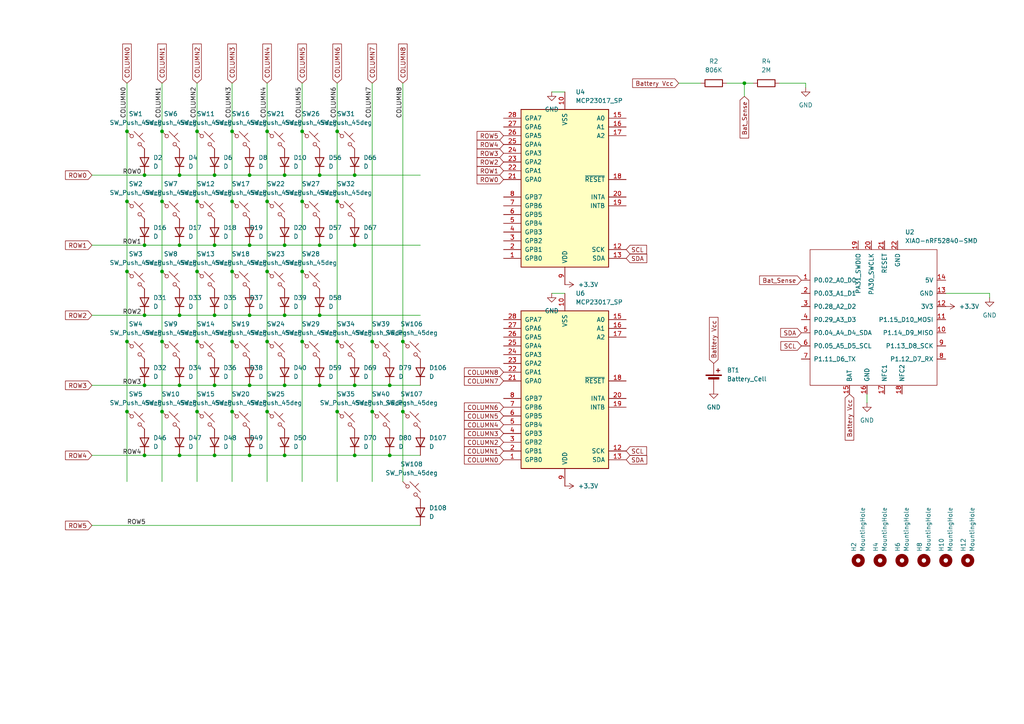
<source format=kicad_sch>
(kicad_sch (version 20250114) (generator "eeschema") (generator_version "9.0")
  (paper "A4")
  (lib_symbols
    (symbol "Device:Battery_Cell" (pin_numbers (hide yes)) (pin_names (offset 0) (hide yes))
      (property "Reference" "BT" (at 2.54 2.54 0))
      (property "Value" "Battery_Cell" (at 2.54 0 0))
      (symbol "Battery_Cell_1_1"
        (pin passive line (at 0 5.08 270) (length 2.54) (name "+") (number "1"))
        (pin passive line (at 0 -2.54 90) (length 2.54) (name "-") (number "2"))
      )
    )
    (symbol "Device:D" (pin_numbers (hide yes)) (pin_names (offset 1.016) (hide yes))
      (property "Reference" "D" (at 0 2.54 0))
      (property "Value" "D" (at 0 -2.54 0))
      (symbol "D_1_1"
        (pin passive line (at -3.81 0 0) (length 2.54) (name "K") (number "1"))
        (pin passive line (at 3.81 0 180) (length 2.54) (name "A") (number "2"))
      )
    )
    (symbol "Device:R" (pin_numbers (hide yes)) (pin_names (offset 0))
      (property "Reference" "R" (at 2.032 0 90))
      (property "Value" "R" (at 0 0 90))
      (symbol "R_1_1"
        (pin passive line (at 0 3.81 270) (length 1.27) (name "~") (number "1"))
        (pin passive line (at 0 -3.81 90) (length 1.27) (name "~") (number "2"))
      )
    )
    (symbol "Interface_Expansion:MCP23017_SP" (pin_names (offset 1.016))
      (property "Reference" "U" (at -11.43 24.13 0))
      (property "Value" "MCP23017_SP" (at 0 0 0))
      (symbol "MCP23017_SP_1_1"
        (pin bidirectional line (at -17.78 20.32 0) (length 5.08) (name "SDA") (number "13"))
        (pin input line (at -17.78 17.78 0) (length 5.08) (name "SCK") (number "12"))
        (pin tri_state line (at -17.78 5.08 0) (length 5.08) (name "INTB") (number "19"))
        (pin tri_state line (at -17.78 2.54 0) (length 5.08) (name "INTA") (number "20"))
        (pin input line (at -17.78 -2.54 0) (length 5.08) (name "~{RESET}") (number "18"))
        (pin input line (at -17.78 -15.24 0) (length 5.08) (name "A2") (number "17"))
        (pin input line (at -17.78 -17.78 0) (length 5.08) (name "A1") (number "16"))
        (pin input line (at -17.78 -20.32 0) (length 5.08) (name "A0") (number "15"))
        (pin no_connect line (at -12.7 15.24 0) (length 5.08) (hide yes) (name "NC") (number "11"))
        (pin no_connect line (at -12.7 12.7 0) (length 5.08) (hide yes) (name "NC") (number "14"))
        (pin power_in line (at 0 27.94 270) (length 5.08) (name "VDD") (number "9"))
        (pin power_in line (at 0 -27.94 90) (length 5.08) (name "VSS") (number "10"))
        (pin bidirectional line (at 17.78 20.32 180) (length 5.08) (name "GPB0") (number "1"))
        (pin bidirectional line (at 17.78 17.78 180) (length 5.08) (name "GPB1") (number "2"))
        (pin bidirectional line (at 17.78 15.24 180) (length 5.08) (name "GPB2") (number "3"))
        (pin bidirectional line (at 17.78 12.7 180) (length 5.08) (name "GPB3") (number "4"))
        (pin bidirectional line (at 17.78 10.16 180) (length 5.08) (name "GPB4") (number "5"))
        (pin bidirectional line (at 17.78 7.62 180) (length 5.08) (name "GPB5") (number "6"))
        (pin bidirectional line (at 17.78 5.08 180) (length 5.08) (name "GPB6") (number "7"))
        (pin output line (at 17.78 2.54 180) (length 5.08) (name "GPB7") (number "8"))
        (pin bidirectional line (at 17.78 -2.54 180) (length 5.08) (name "GPA0") (number "21"))
        (pin bidirectional line (at 17.78 -5.08 180) (length 5.08) (name "GPA1") (number "22"))
        (pin bidirectional line (at 17.78 -7.62 180) (length 5.08) (name "GPA2") (number "23"))
        (pin bidirectional line (at 17.78 -10.16 180) (length 5.08) (name "GPA3") (number "24"))
        (pin bidirectional line (at 17.78 -12.7 180) (length 5.08) (name "GPA4") (number "25"))
        (pin bidirectional line (at 17.78 -15.24 180) (length 5.08) (name "GPA5") (number "26"))
        (pin bidirectional line (at 17.78 -17.78 180) (length 5.08) (name "GPA6") (number "27"))
        (pin output line (at 17.78 -20.32 180) (length 5.08) (name "GPA7") (number "28"))
      )
    )
    (symbol "Mechanical:MountingHole" (pin_names (offset 1.016)) (in_bom no)
      (property "Reference" "H" (at 0 5.08 0))
      (property "Value" "MountingHole" (at 0 3.175 0))
    )
    (symbol "Seeed_Studio_XIAO_Series:XIAO-nRF52840-SMD" (pin_names (offset 1.016))
      (property "Reference" "U" (at -18.542 23.114 0))
      (property "Value" "XIAO-nRF52840-SMD" (at -8.636 21.336 0))
      (symbol "XIAO-nRF52840-SMD_1_1"
        (pin passive line (at -21.59 11.43 0) (length 2.54) (name "P0.02_A0_D0") (number "1"))
        (pin passive line (at -21.59 7.62 0) (length 2.54) (name "P0.03_A1_D1") (number "2"))
        (pin passive line (at -21.59 3.81 0) (length 2.54) (name "P0.28_A2_D2") (number "3"))
        (pin passive line (at -21.59 0 0) (length 2.54) (name "P0.29_A3_D3") (number "4"))
        (pin passive line (at -21.59 -3.81 0) (length 2.54) (name "P0.04_A4_D4_SDA") (number "5"))
        (pin passive line (at -21.59 -7.62 0) (length 2.54) (name "P0.05_A5_D5_SCL") (number "6"))
        (pin passive line (at -21.59 -11.43 0) (length 2.54) (name "P1.11_D6_TX") (number "7"))
        (pin passive line (at -7.62 -21.59 90) (length 2.54) (name "BAT") (number "15"))
        (pin passive line (at -5.08 22.86 270) (length 2.54) (name "PA31_SWDIO") (number "19"))
        (pin passive line (at -2.54 -21.59 90) (length 2.54) (name "GND") (number "16"))
        (pin passive line (at -1.27 22.86 270) (length 2.54) (name "PA30_SWCLK") (number "20"))
        (pin passive line (at 2.54 22.86 270) (length 2.54) (name "RESET") (number "21"))
        (pin passive line (at 2.54 -21.59 90) (length 2.54) (name "NFC1") (number "17"))
        (pin passive line (at 6.35 22.86 270) (length 2.54) (name "GND") (number "22"))
        (pin passive line (at 7.62 -21.59 90) (length 2.54) (name "NFC2") (number "18"))
        (pin passive line (at 20.32 11.43 180) (length 2.54) (name "5V") (number "14"))
        (pin passive line (at 20.32 7.62 180) (length 2.54) (name "GND") (number "13"))
        (pin passive line (at 20.32 3.81 180) (length 2.54) (name "3V3") (number "12"))
        (pin passive line (at 20.32 0 180) (length 2.54) (name "P1.15_D10_MOSI") (number "11"))
        (pin passive line (at 20.32 -3.81 180) (length 2.54) (name "P1.14_D9_MISO") (number "10"))
        (pin passive line (at 20.32 -7.62 180) (length 2.54) (name "P1.13_D8_SCK") (number "9"))
        (pin passive line (at 20.32 -11.43 180) (length 2.54) (name "P1.12_D7_RX") (number "8"))
      )
    )
    (symbol "Switch:SW_Push_45deg" (pin_numbers (hide yes)) (pin_names (offset 1.016) (hide yes))
      (property "Reference" "SW" (at 3.048 1.016 0))
      (property "Value" "SW_Push_45deg" (at 0 -3.81 0))
      (symbol "SW_Push_45deg_0_1"
        (pin passive line (at -2.54 2.54 0) (length 0) (name "1") (number "1"))
        (pin passive line (at 2.54 -2.54 180) (length 0) (name "2") (number "2"))
      )
    )
    (symbol "power:+3.3V" (power) (pin_numbers (hide yes)) (pin_names (offset 0) (hide yes))
      (property "Value" "+3.3V" (at 0 3.556 0))
      (symbol "+3.3V_1_1"
        (pin power_in line (at 0 0 90) (length 0) (name "~") (number "1"))
      )
    )
    (symbol "power:GND" (power) (pin_numbers (hide yes)) (pin_names (offset 0) (hide yes))
      (property "Value" "GND" (at 0 -3.81 0))
      (symbol "GND_1_1"
        (pin power_in line (at 0 0 270) (length 0) (name "~") (number "1"))
      )
    )
  )
  (junction (at 116.84 119.38))
  (junction (at 41.91 50.8))
  (junction (at 82.55 91.44))
  (junction (at 77.47 58.42))
  (junction (at 87.63 99.06))
  (junction (at 92.71 50.8))
  (junction (at 57.15 38.1))
  (junction (at 102.87 71.12))
  (junction (at 46.99 38.1))
  (junction (at 77.47 119.38))
  (junction (at 72.39 91.44))
  (junction (at 52.07 71.12))
  (junction (at 87.63 58.42))
  (junction (at 52.07 91.44))
  (junction (at 62.23 91.44))
  (junction (at 102.87 132.08))
  (junction (at 67.31 119.38))
  (junction (at 87.63 78.74))
  (junction (at 72.39 50.8))
  (junction (at 82.55 50.8))
  (junction (at 57.15 119.38))
  (junction (at 116.84 99.06))
  (junction (at 72.39 132.08))
  (junction (at 46.99 78.74))
  (junction (at 82.55 111.76))
  (junction (at 57.15 58.42))
  (junction (at 41.91 71.12))
  (junction (at 67.31 78.74))
  (junction (at 97.79 99.06))
  (junction (at 41.91 111.76))
  (junction (at 46.99 99.06))
  (junction (at 36.83 58.42))
  (junction (at 102.87 50.8))
  (junction (at 77.47 99.06))
  (junction (at 62.23 71.12))
  (junction (at 107.95 99.06))
  (junction (at 67.31 38.1))
  (junction (at 87.63 38.1))
  (junction (at 41.91 91.44))
  (junction (at 77.47 78.74))
  (junction (at 36.83 38.1))
  (junction (at 52.07 111.76))
  (junction (at 52.07 50.8))
  (junction (at 97.79 38.1))
  (junction (at 36.83 78.74))
  (junction (at 113.03 111.76))
  (junction (at 82.55 71.12))
  (junction (at 215.9 24.13))
  (junction (at 62.23 132.08))
  (junction (at 92.71 111.76))
  (junction (at 113.03 132.08))
  (junction (at 67.31 58.42))
  (junction (at 72.39 71.12))
  (junction (at 102.87 111.76))
  (junction (at 92.71 91.44))
  (junction (at 82.55 132.08))
  (junction (at 92.71 71.12))
  (junction (at 36.83 119.38))
  (junction (at 62.23 111.76))
  (junction (at 57.15 99.06))
  (junction (at 52.07 132.08))
  (junction (at 62.23 50.8))
  (junction (at 107.95 119.38))
  (junction (at 97.79 58.42))
  (junction (at 67.31 99.06))
  (junction (at 72.39 111.76))
  (junction (at 36.83 99.06))
  (junction (at 97.79 119.38))
  (junction (at 77.47 38.1))
  (junction (at 46.99 58.42))
  (junction (at 41.91 132.08))
  (junction (at 46.99 119.38))
  (junction (at 57.15 78.74))
  (wire (pts (xy 62.23 50.8) (xy 72.39 50.8)))
  (wire (pts (xy 196.85 24.13) (xy 203.2 24.13)))
  (wire (pts (xy 67.31 38.1) (xy 67.31 58.42)))
  (wire (pts (xy 97.79 99.06) (xy 97.79 119.38)))
  (wire (pts (xy 160.02 85.09) (xy 163.83 85.09)))
  (wire (pts (xy 36.83 24.13) (xy 36.83 38.1)))
  (wire (pts (xy 97.79 24.13) (xy 97.79 38.1)))
  (wire (pts (xy 77.47 99.06) (xy 77.47 119.38)))
  (wire (pts (xy 82.55 71.12) (xy 92.71 71.12)))
  (wire (pts (xy 102.87 111.76) (xy 113.03 111.76)))
  (wire (pts (xy 41.91 71.12) (xy 52.07 71.12)))
  (wire (pts (xy 102.87 132.08) (xy 113.03 132.08)))
  (wire (pts (xy 107.95 119.38) (xy 107.95 139.7)))
  (wire (pts (xy 62.23 132.08) (xy 72.39 132.08)))
  (wire (pts (xy 52.07 91.44) (xy 62.23 91.44)))
  (wire (pts (xy 67.31 24.13) (xy 67.31 38.1)))
  (wire (pts (xy 226.06 24.13) (xy 233.68 24.13)))
  (wire (pts (xy 274.32 85.09) (xy 287.02 85.09)))
  (wire (pts (xy 116.84 119.38) (xy 116.84 139.7)))
  (wire (pts (xy 36.83 38.1) (xy 36.83 58.42)))
  (wire (pts (xy 210.82 24.13) (xy 215.9 24.13)))
  (wire (pts (xy 116.84 24.13) (xy 116.84 99.06)))
  (wire (pts (xy 26.67 132.08) (xy 41.91 132.08)))
  (wire (pts (xy 77.47 119.38) (xy 77.47 139.7)))
  (wire (pts (xy 62.23 91.44) (xy 72.39 91.44)))
  (wire (pts (xy 52.07 71.12) (xy 62.23 71.12)))
  (wire (pts (xy 113.03 111.76) (xy 121.92 111.76)))
  (wire (pts (xy 36.83 119.38) (xy 36.83 139.7)))
  (wire (pts (xy 107.95 24.13) (xy 107.95 99.06)))
  (wire (pts (xy 62.23 71.12) (xy 72.39 71.12)))
  (wire (pts (xy 72.39 111.76) (xy 82.55 111.76)))
  (wire (pts (xy 41.91 111.76) (xy 52.07 111.76)))
  (wire (pts (xy 87.63 99.06) (xy 87.63 139.7)))
  (wire (pts (xy 77.47 24.13) (xy 77.47 38.1)))
  (wire (pts (xy 287.02 85.09) (xy 287.02 86.36)))
  (wire (pts (xy 41.91 91.44) (xy 52.07 91.44)))
  (wire (pts (xy 41.91 132.08) (xy 52.07 132.08)))
  (wire (pts (xy 102.87 50.8) (xy 121.92 50.8)))
  (wire (pts (xy 26.67 50.8) (xy 41.91 50.8)))
  (wire (pts (xy 46.99 78.74) (xy 46.99 99.06)))
  (wire (pts (xy 97.79 58.42) (xy 97.79 99.06)))
  (wire (pts (xy 72.39 71.12) (xy 82.55 71.12)))
  (wire (pts (xy 52.07 132.08) (xy 62.23 132.08)))
  (wire (pts (xy 160.02 26.67) (xy 163.83 26.67)))
  (wire (pts (xy 36.83 78.74) (xy 36.83 99.06)))
  (wire (pts (xy 233.68 24.13) (xy 233.68 25.4)))
  (wire (pts (xy 215.9 24.13) (xy 215.9 27.94)))
  (wire (pts (xy 57.15 38.1) (xy 57.15 58.42)))
  (wire (pts (xy 67.31 58.42) (xy 67.31 78.74)))
  (wire (pts (xy 46.99 58.42) (xy 46.99 78.74)))
  (wire (pts (xy 97.79 38.1) (xy 97.79 58.42)))
  (wire (pts (xy 92.71 71.12) (xy 102.87 71.12)))
  (wire (pts (xy 87.63 38.1) (xy 87.63 58.42)))
  (wire (pts (xy 57.15 24.13) (xy 57.15 38.1)))
  (wire (pts (xy 26.67 111.76) (xy 41.91 111.76)))
  (wire (pts (xy 107.95 99.06) (xy 107.95 119.38)))
  (wire (pts (xy 87.63 24.13) (xy 87.63 38.1)))
  (wire (pts (xy 72.39 91.44) (xy 82.55 91.44)))
  (wire (pts (xy 82.55 91.44) (xy 92.71 91.44)))
  (wire (pts (xy 97.79 119.38) (xy 97.79 139.7)))
  (wire (pts (xy 46.99 38.1) (xy 46.99 58.42)))
  (wire (pts (xy 72.39 132.08) (xy 82.55 132.08)))
  (wire (pts (xy 36.83 58.42) (xy 36.83 78.74)))
  (wire (pts (xy 72.39 50.8) (xy 82.55 50.8)))
  (wire (pts (xy 57.15 119.38) (xy 57.15 139.7)))
  (wire (pts (xy 67.31 119.38) (xy 67.31 139.7)))
  (wire (pts (xy 67.31 78.74) (xy 67.31 99.06)))
  (wire (pts (xy 77.47 78.74) (xy 77.47 99.06)))
  (wire (pts (xy 92.71 111.76) (xy 102.87 111.76)))
  (wire (pts (xy 82.55 111.76) (xy 92.71 111.76)))
  (wire (pts (xy 26.67 91.44) (xy 41.91 91.44)))
  (wire (pts (xy 113.03 132.08) (xy 121.92 132.08)))
  (wire (pts (xy 57.15 99.06) (xy 57.15 119.38)))
  (wire (pts (xy 116.84 99.06) (xy 116.84 119.38)))
  (wire (pts (xy 87.63 58.42) (xy 87.63 78.74)))
  (wire (pts (xy 52.07 50.8) (xy 62.23 50.8)))
  (wire (pts (xy 77.47 58.42) (xy 77.47 78.74)))
  (wire (pts (xy 92.71 91.44) (xy 121.92 91.44)))
  (wire (pts (xy 26.67 152.4) (xy 121.92 152.4)))
  (wire (pts (xy 82.55 132.08) (xy 102.87 132.08)))
  (wire (pts (xy 46.99 119.38) (xy 46.99 139.7)))
  (wire (pts (xy 41.91 50.8) (xy 52.07 50.8)))
  (wire (pts (xy 57.15 58.42) (xy 57.15 78.74)))
  (wire (pts (xy 62.23 111.76) (xy 72.39 111.76)))
  (wire (pts (xy 57.15 78.74) (xy 57.15 99.06)))
  (wire (pts (xy 92.71 50.8) (xy 102.87 50.8)))
  (wire (pts (xy 82.55 50.8) (xy 92.71 50.8)))
  (wire (pts (xy 46.99 99.06) (xy 46.99 119.38)))
  (wire (pts (xy 77.47 38.1) (xy 77.47 58.42)))
  (wire (pts (xy 251.46 114.3) (xy 251.46 116.84)))
  (wire (pts (xy 26.67 71.12) (xy 41.91 71.12)))
  (wire (pts (xy 36.83 99.06) (xy 36.83 119.38)))
  (wire (pts (xy 46.99 24.13) (xy 46.99 38.1)))
  (wire (pts (xy 52.07 111.76) (xy 62.23 111.76)))
  (wire (pts (xy 87.63 78.74) (xy 87.63 99.06)))
  (wire (pts (xy 215.9 24.13) (xy 218.44 24.13)))
  (wire (pts (xy 102.87 71.12) (xy 121.92 71.12)))
  (wire (pts (xy 67.31 99.06) (xy 67.31 119.38)))
  (label "COLUMN1" (at 46.99 34.29 90))
  (label "COLUMN4" (at 77.47 34.29 90))
  (label "ROW0" (at 35.56 50.8 0))
  (label "ROW1" (at 35.56 71.12 0))
  (label "COLUMN3" (at 67.31 34.29 90))
  (label "ROW2" (at 35.56 91.44 0))
  (label "ROW3" (at 35.56 111.76 0))
  (label "COLUMN7" (at 107.95 34.29 90))
  (label "COLUMN6" (at 97.79 34.29 90))
  (label "COLUMN8" (at 116.84 34.29 90))
  (label "ROW4" (at 35.56 132.08 0))
  (label "COLUMN2" (at 57.15 34.29 90))
  (label "COLUMN5" (at 87.63 34.29 90))
  (label "ROW5" (at 36.83 152.4 0))
  (label "COLUMN0" (at 36.83 34.29 90))
  (global_label "Bat_Sense" (shape input) (at 215.9 27.94 270) (property "Intersheetrefs" "${INTERSHEET_REFS}" (effects (hide yes))))
  (global_label "COLUMN4" (shape input) (at 146.05 123.19 180) (property "Intersheetrefs" "${INTERSHEET_REFS}" (effects (hide yes))))
  (global_label "COLUMN5" (shape input) (at 87.63 24.13 90) (property "Intersheetrefs" "${INTERSHEET_REFS}" (effects (hide yes))))
  (global_label "ROW5" (shape input) (at 146.05 39.37 180) (property "Intersheetrefs" "${INTERSHEET_REFS}" (effects (hide yes))))
  (global_label "ROW0" (shape input) (at 146.05 52.07 180) (property "Intersheetrefs" "${INTERSHEET_REFS}" (effects (hide yes))))
  (global_label "COLUMN6" (shape input) (at 97.79 24.13 90) (property "Intersheetrefs" "${INTERSHEET_REFS}" (effects (hide yes))))
  (global_label "ROW4" (shape input) (at 146.05 41.91 180) (property "Intersheetrefs" "${INTERSHEET_REFS}" (effects (hide yes))))
  (global_label "ROW0" (shape input) (at 26.67 50.8 180) (property "Intersheetrefs" "${INTERSHEET_REFS}" (effects (hide yes))))
  (global_label "COLUMN7" (shape input) (at 107.95 24.13 90) (property "Intersheetrefs" "${INTERSHEET_REFS}" (effects (hide yes))))
  (global_label "SDA" (shape input) (at 232.41 96.52 180) (property "Intersheetrefs" "${INTERSHEET_REFS}" (effects (hide yes))))
  (global_label "COLUMN1" (shape input) (at 146.05 130.81 180) (property "Intersheetrefs" "${INTERSHEET_REFS}" (effects (hide yes))))
  (global_label "COLUMN3" (shape input) (at 67.31 24.13 90) (property "Intersheetrefs" "${INTERSHEET_REFS}" (effects (hide yes))))
  (global_label "COLUMN4" (shape input) (at 77.47 24.13 90) (property "Intersheetrefs" "${INTERSHEET_REFS}" (effects (hide yes))))
  (global_label "COLUMN3" (shape input) (at 146.05 125.73 180) (property "Intersheetrefs" "${INTERSHEET_REFS}" (effects (hide yes))))
  (global_label "COLUMN8" (shape input) (at 146.05 107.95 180) (property "Intersheetrefs" "${INTERSHEET_REFS}" (effects (hide yes))))
  (global_label "SCL" (shape input) (at 181.61 72.39 0) (property "Intersheetrefs" "${INTERSHEET_REFS}" (effects (hide yes))))
  (global_label "ROW3" (shape input) (at 26.67 111.76 180) (property "Intersheetrefs" "${INTERSHEET_REFS}" (effects (hide yes))))
  (global_label "ROW1" (shape input) (at 26.67 71.12 180) (property "Intersheetrefs" "${INTERSHEET_REFS}" (effects (hide yes))))
  (global_label "Bat_Sense" (shape input) (at 232.41 81.28 180) (property "Intersheetrefs" "${INTERSHEET_REFS}" (effects (hide yes))))
  (global_label "COLUMN1" (shape input) (at 46.99 24.13 90) (property "Intersheetrefs" "${INTERSHEET_REFS}" (effects (hide yes))))
  (global_label "SDA" (shape input) (at 181.61 133.35 0) (property "Intersheetrefs" "${INTERSHEET_REFS}" (effects (hide yes))))
  (global_label "ROW2" (shape input) (at 146.05 46.99 180) (property "Intersheetrefs" "${INTERSHEET_REFS}" (effects (hide yes))))
  (global_label "SCL" (shape input) (at 181.61 130.81 0) (property "Intersheetrefs" "${INTERSHEET_REFS}" (effects (hide yes))))
  (global_label "ROW2" (shape input) (at 26.67 91.44 180) (property "Intersheetrefs" "${INTERSHEET_REFS}" (effects (hide yes))))
  (global_label "COLUMN0" (shape input) (at 36.83 24.13 90) (property "Intersheetrefs" "${INTERSHEET_REFS}" (effects (hide yes))))
  (global_label "COLUMN7" (shape input) (at 146.05 110.49 180) (property "Intersheetrefs" "${INTERSHEET_REFS}" (effects (hide yes))))
  (global_label "Battery Vcc" (shape input) (at 246.38 114.3 270) (property "Intersheetrefs" "${INTERSHEET_REFS}" (effects (hide yes))))
  (global_label "COLUMN6" (shape input) (at 146.05 118.11 180) (property "Intersheetrefs" "${INTERSHEET_REFS}" (effects (hide yes))))
  (global_label "ROW1" (shape input) (at 146.05 49.53 180) (property "Intersheetrefs" "${INTERSHEET_REFS}" (effects (hide yes))))
  (global_label "ROW5" (shape input) (at 26.67 152.4 180) (property "Intersheetrefs" "${INTERSHEET_REFS}" (effects (hide yes))))
  (global_label "COLUMN2" (shape input) (at 146.05 128.27 180) (property "Intersheetrefs" "${INTERSHEET_REFS}" (effects (hide yes))))
  (global_label "COLUMN8" (shape input) (at 116.84 24.13 90) (property "Intersheetrefs" "${INTERSHEET_REFS}" (effects (hide yes))))
  (global_label "Battery Vcc" (shape input) (at 207.01 105.41 90) (property "Intersheetrefs" "${INTERSHEET_REFS}" (effects (hide yes))))
  (global_label "SDA" (shape input) (at 181.61 74.93 0) (property "Intersheetrefs" "${INTERSHEET_REFS}" (effects (hide yes))))
  (global_label "COLUMN5" (shape input) (at 146.05 120.65 180) (property "Intersheetrefs" "${INTERSHEET_REFS}" (effects (hide yes))))
  (global_label "COLUMN0" (shape input) (at 146.05 133.35 180) (property "Intersheetrefs" "${INTERSHEET_REFS}" (effects (hide yes))))
  (global_label "ROW4" (shape input) (at 26.67 132.08 180) (property "Intersheetrefs" "${INTERSHEET_REFS}" (effects (hide yes))))
  (global_label "COLUMN2" (shape input) (at 57.15 24.13 90) (property "Intersheetrefs" "${INTERSHEET_REFS}" (effects (hide yes))))
  (global_label "ROW3" (shape input) (at 146.05 44.45 180) (property "Intersheetrefs" "${INTERSHEET_REFS}" (effects (hide yes))))
  (global_label "Battery Vcc" (shape input) (at 196.85 24.13 180) (property "Intersheetrefs" "${INTERSHEET_REFS}" (effects (hide yes))))
  (global_label "SCL" (shape input) (at 232.41 100.33 180) (property "Intersheetrefs" "${INTERSHEET_REFS}" (effects (hide yes))))
  (symbol (lib_id "Device:D") (at 52.07 107.95 90) (unit 1)
    (property "Reference" "D34" (at 54.61 106.6799 90) (effects (justify right)))
    (property "Value" "D" (at 54.61 109.2199 90) (effects (justify right)))
    (property "Footprint" "Diode_SMD:D_SOD-123" (effects (hide yes)))
    (property "Description" "Diode" (effects (hide yes)))
    (property "Sim.Device" "D" (effects (hide yes)))
    (property "Sim.Pins" "1=K 2=A" (effects (hide yes)))
  )
  (symbol (lib_id "Mechanical:MountingHole") (at 267.97 162.56 90) (unit 1) (in_bom no)
    (property "Reference" "H8" (at 266.6999 160.02 0) (effects (justify left)))
    (property "Value" "MountingHole" (at 269.2399 160.02 0) (effects (justify left)))
    (property "Footprint" "MountingHole:MountingHole_3.2mm_M3" (effects (hide yes)))
    (property "Description" "Mounting Hole without connection" (effects (hide yes)))
  )
  (symbol (lib_id "Switch:SW_Push_45deg") (at 49.53 121.92 0) (unit 1)
    (property "Reference" "SW10" (at 49.53 114.3 0))
    (property "Value" "SW_Push_45deg" (at 49.53 116.84 0))
    (property "Footprint" "Button_Switch_Keyboard:SW_Cherry_MX_1.00u_PCB" (effects (hide yes)))
    (property "Description" "Push button switch, normally open, two pins, 45° tilted" (effects (hide yes)))
  )
  (symbol (lib_id "Mechanical:MountingHole") (at 248.92 162.56 90) (unit 1) (in_bom no)
    (property "Reference" "H2" (at 247.6499 160.02 0) (effects (justify left)))
    (property "Value" "MountingHole" (at 250.1899 160.02 0) (effects (justify left)))
    (property "Footprint" "MountingHole:MountingHole_3.2mm_M3" (effects (hide yes)))
    (property "Description" "Mounting Hole without connection" (effects (hide yes)))
  )
  (symbol (lib_id "Device:D") (at 92.71 87.63 90) (unit 1)
    (property "Reference" "D58" (at 95.25 86.3599 90) (effects (justify right)))
    (property "Value" "D" (at 95.25 88.8999 90) (effects (justify right)))
    (property "Footprint" "Diode_SMD:D_SOD-123" (effects (hide yes)))
    (property "Description" "Diode" (effects (hide yes)))
    (property "Sim.Device" "D" (effects (hide yes)))
    (property "Sim.Pins" "1=K 2=A" (effects (hide yes)))
  )
  (symbol (lib_id "Switch:SW_Push_45deg") (at 80.01 60.96 0) (unit 1)
    (property "Reference" "SW22" (at 80.01 53.34 0))
    (property "Value" "SW_Push_45deg" (at 80.01 55.88 0))
    (property "Footprint" "Button_Switch_Keyboard:SW_Cherry_MX_1.00u_PCB" (effects (hide yes)))
    (property "Description" "Push button switch, normally open, two pins, 45° tilted" (effects (hide yes)))
  )
  (symbol (lib_id "Switch:SW_Push_45deg") (at 69.85 121.92 0) (unit 1)
    (property "Reference" "SW20" (at 69.85 114.3 0))
    (property "Value" "SW_Push_45deg" (at 69.85 116.84 0))
    (property "Footprint" "Button_Switch_Keyboard:SW_Cherry_MX_1.00u_PCB" (effects (hide yes)))
    (property "Description" "Push button switch, normally open, two pins, 45° tilted" (effects (hide yes)))
  )
  (symbol (lib_id "Switch:SW_Push_45deg") (at 119.38 142.24 0) (unit 1)
    (property "Reference" "SW108" (at 119.38 134.62 0))
    (property "Value" "SW_Push_45deg" (at 119.38 137.16 0))
    (property "Footprint" "Button_Switch_Keyboard:SW_Cherry_MX_1.00u_PCB" (effects (hide yes)))
    (property "Description" "Push button switch, normally open, two pins, 45° tilted" (effects (hide yes)))
  )
  (symbol (lib_id "Switch:SW_Push_45deg") (at 49.53 40.64 0) (unit 1)
    (property "Reference" "SW6" (at 49.53 33.02 0))
    (property "Value" "SW_Push_45deg" (at 49.53 35.56 0))
    (property "Footprint" "Button_Switch_Keyboard:SW_Cherry_MX_1.00u_PCB" (effects (hide yes)))
    (property "Description" "Push button switch, normally open, two pins, 45° tilted" (effects (hide yes)))
  )
  (symbol (lib_id "Device:D") (at 72.39 46.99 90) (unit 1)
    (property "Reference" "D8" (at 74.93 45.7199 90) (effects (justify right)))
    (property "Value" "D" (at 74.93 48.2599 90) (effects (justify right)))
    (property "Footprint" "Diode_SMD:D_SOD-123" (effects (hide yes)))
    (property "Description" "Diode" (effects (hide yes)))
    (property "Sim.Device" "D" (effects (hide yes)))
    (property "Sim.Pins" "1=K 2=A" (effects (hide yes)))
  )
  (symbol (lib_id "Device:D") (at 113.03 128.27 90) (unit 1)
    (property "Reference" "D80" (at 115.57 126.9999 90) (effects (justify right)))
    (property "Value" "D" (at 115.57 129.5399 90) (effects (justify right)))
    (property "Footprint" "Diode_SMD:D_SOD-123" (effects (hide yes)))
    (property "Description" "Diode" (effects (hide yes)))
    (property "Sim.Device" "D" (effects (hide yes)))
    (property "Sim.Pins" "1=K 2=A" (effects (hide yes)))
  )
  (symbol (lib_id "Switch:SW_Push_45deg") (at 39.37 101.6 0) (unit 1)
    (property "Reference" "SW4" (at 39.37 93.98 0))
    (property "Value" "SW_Push_45deg" (at 39.37 96.52 0))
    (property "Footprint" "Button_Switch_Keyboard:SW_Cherry_MX_1.00u_PCB" (effects (hide yes)))
    (property "Description" "Push button switch, normally open, two pins, 45° tilted" (effects (hide yes)))
  )
  (symbol (lib_id "Switch:SW_Push_45deg") (at 100.33 60.96 0) (unit 1)
    (property "Reference" "SW32" (at 100.33 53.34 0))
    (property "Value" "SW_Push_45deg" (at 100.33 55.88 0))
    (property "Footprint" "Button_Switch_Keyboard:SW_Cherry_MX_1.00u_PCB" (effects (hide yes)))
    (property "Description" "Push button switch, normally open, two pins, 45° tilted" (effects (hide yes)))
  )
  (symbol (lib_id "Device:D") (at 82.55 87.63 90) (unit 1)
    (property "Reference" "D39" (at 85.09 86.3599 90) (effects (justify right)))
    (property "Value" "D" (at 85.09 88.8999 90) (effects (justify right)))
    (property "Footprint" "Diode_SMD:D_SOD-123" (effects (hide yes)))
    (property "Description" "Diode" (effects (hide yes)))
    (property "Sim.Device" "D" (effects (hide yes)))
    (property "Sim.Pins" "1=K 2=A" (effects (hide yes)))
  )
  (symbol (lib_id "Device:D") (at 72.39 87.63 90) (unit 1)
    (property "Reference" "D37" (at 72.39 86.3599 90) (effects (justify right)))
    (property "Value" "D" (at 74.93 88.8999 90) (effects (justify right)))
    (property "Footprint" "Diode_SMD:D_SOD-123" (effects (hide yes)))
    (property "Description" "Diode" (effects (hide yes)))
    (property "Sim.Device" "D" (effects (hide yes)))
    (property "Sim.Pins" "1=K 2=A" (effects (hide yes)))
  )
  (symbol (lib_id "Switch:SW_Push_45deg") (at 49.53 81.28 0) (unit 1)
    (property "Reference" "SW8" (at 49.53 73.66 0))
    (property "Value" "SW_Push_45deg" (at 49.53 76.2 0))
    (property "Footprint" "Button_Switch_Keyboard:SW_Cherry_MX_1.00u_PCB" (effects (hide yes)))
    (property "Description" "Push button switch, normally open, two pins, 45° tilted" (effects (hide yes)))
  )
  (symbol (lib_id "Switch:SW_Push_45deg") (at 100.33 121.92 0) (unit 1)
    (property "Reference" "SW35" (at 100.33 114.3 0))
    (property "Value" "SW_Push_45deg" (at 100.33 116.84 0))
    (property "Footprint" "Button_Switch_Keyboard:SW_Cherry_MX_1.00u_PCB" (effects (hide yes)))
    (property "Description" "Push button switch, normally open, two pins, 45° tilted" (effects (hide yes)))
  )
  (symbol (lib_id "Device:D") (at 62.23 128.27 90) (unit 1)
    (property "Reference" "D48" (at 64.77 126.9999 90) (effects (justify right)))
    (property "Value" "D" (at 64.77 129.5399 90) (effects (justify right)))
    (property "Footprint" "Diode_SMD:D_SOD-123" (effects (hide yes)))
    (property "Description" "Diode" (effects (hide yes)))
    (property "Sim.Device" "D" (effects (hide yes)))
    (property "Sim.Pins" "1=K 2=A" (effects (hide yes)))
  )
  (symbol (lib_id "Device:D") (at 62.23 87.63 90) (unit 1)
    (property "Reference" "D35" (at 64.77 86.3599 90) (effects (justify right)))
    (property "Value" "D" (at 64.77 88.8999 90) (effects (justify right)))
    (property "Footprint" "Diode_SMD:D_SOD-123" (effects (hide yes)))
    (property "Description" "Diode" (effects (hide yes)))
    (property "Sim.Device" "D" (effects (hide yes)))
    (property "Sim.Pins" "1=K 2=A" (effects (hide yes)))
  )
  (symbol (lib_id "Device:D") (at 92.71 107.95 90) (unit 1)
    (property "Reference" "D59" (at 95.25 106.6799 90) (effects (justify right)))
    (property "Value" "D" (at 95.25 109.2199 90) (effects (justify right)))
    (property "Footprint" "Diode_SMD:D_SOD-123" (effects (hide yes)))
    (property "Description" "Diode" (effects (hide yes)))
    (property "Sim.Device" "D" (effects (hide yes)))
    (property "Sim.Pins" "1=K 2=A" (effects (hide yes)))
  )
  (symbol (lib_id "Switch:SW_Push_45deg") (at 39.37 121.92 0) (unit 1)
    (property "Reference" "SW5" (at 39.37 114.3 0))
    (property "Value" "SW_Push_45deg" (at 39.37 116.84 0))
    (property "Footprint" "Button_Switch_Keyboard:SW_Cherry_MX_1.00u_PCB" (effects (hide yes)))
    (property "Description" "Push button switch, normally open, two pins, 45° tilted" (effects (hide yes)))
  )
  (symbol (lib_id "power:GND") (at 207.01 113.03 0) (unit 1)
    (property "Reference" "#PWR01" (effects (hide yes)))
    (property "Value" "GND" (at 207.01 118.11 0))
    (property "Description" "Power symbol creates a global label with name \"GND\" , ground" (effects (hide yes)))
  )
  (symbol (lib_id "Device:D") (at 41.91 46.99 90) (unit 1)
    (property "Reference" "D2" (at 44.45 45.7199 90) (effects (justify right)))
    (property "Value" "D" (at 44.45 48.2599 90) (effects (justify right)))
    (property "Footprint" "Diode_SMD:D_SOD-123" (effects (hide yes)))
    (property "Description" "Diode" (effects (hide yes)))
    (property "Sim.Device" "D" (effects (hide yes)))
    (property "Sim.Pins" "1=K 2=A" (effects (hide yes)))
  )
  (symbol (lib_id "power:+3.3V") (at 274.32 88.9 270) (unit 1)
    (property "Reference" "#PWR012" (effects (hide yes)))
    (property "Value" "+3.3V" (at 278.13 88.8999 90) (effects (justify left)))
    (property "Description" "Power symbol creates a global label with name \"+3.3V\"" (effects (hide yes)))
  )
  (symbol (lib_id "power:GND") (at 233.68 25.4 0) (unit 1)
    (property "Reference" "#PWR08" (effects (hide yes)))
    (property "Value" "GND" (at 233.68 30.48 0))
    (property "Description" "Power symbol creates a global label with name \"GND\" , ground" (effects (hide yes)))
  )
  (symbol (lib_id "Device:D") (at 72.39 128.27 90) (unit 1)
    (property "Reference" "D49" (at 72.39 126.9999 90) (effects (justify right)))
    (property "Value" "D" (at 74.93 129.5399 90) (effects (justify right)))
    (property "Footprint" "Diode_SMD:D_SOD-123" (effects (hide yes)))
    (property "Description" "Diode" (effects (hide yes)))
    (property "Sim.Device" "D" (effects (hide yes)))
    (property "Sim.Pins" "1=K 2=A" (effects (hide yes)))
  )
  (symbol (lib_id "Switch:SW_Push_45deg") (at 90.17 101.6 0) (unit 1)
    (property "Reference" "SW29" (at 90.17 93.98 0))
    (property "Value" "SW_Push_45deg" (at 90.17 96.52 0))
    (property "Footprint" "Button_Switch_Keyboard:SW_Cherry_MX_1.00u_PCB" (effects (hide yes)))
    (property "Description" "Push button switch, normally open, two pins, 45° tilted" (effects (hide yes)))
  )
  (symbol (lib_id "Switch:SW_Push_45deg") (at 39.37 40.64 0) (unit 1)
    (property "Reference" "SW1" (at 39.37 33.02 0))
    (property "Value" "SW_Push_45deg" (at 39.37 35.56 0))
    (property "Footprint" "Button_Switch_Keyboard:SW_Cherry_MX_1.00u_PCB" (effects (hide yes)))
    (property "Description" "Push button switch, normally open, two pins, 45° tilted" (effects (hide yes)))
  )
  (symbol (lib_id "Device:D") (at 41.91 128.27 90) (unit 1)
    (property "Reference" "D46" (at 44.45 126.9999 90) (effects (justify right)))
    (property "Value" "D" (at 44.45 129.5399 90) (effects (justify right)))
    (property "Footprint" "Diode_SMD:D_SOD-123" (effects (hide yes)))
    (property "Description" "Diode" (effects (hide yes)))
    (property "Sim.Device" "D" (effects (hide yes)))
    (property "Sim.Pins" "1=K 2=A" (effects (hide yes)))
  )
  (symbol (lib_id "Seeed_Studio_XIAO_Series:XIAO-nRF52840-SMD") (at 254 92.71 0) (unit 1)
    (property "Reference" "U2" (at 262.4933 67.31 0) (effects (justify left)))
    (property "Value" "XIAO-nRF52840-SMD" (at 262.4933 69.85 0) (effects (justify left)))
    (property "Footprint" "Split Keyboard:modified-XIAO-nRF52840-SMD" (effects (hide yes)))
  )
  (symbol (lib_id "Device:D") (at 82.55 67.31 90) (unit 1)
    (property "Reference" "D20" (at 85.09 66.0399 90) (effects (justify right)))
    (property "Value" "D" (at 85.09 68.5799 90) (effects (justify right)))
    (property "Footprint" "Diode_SMD:D_SOD-123" (effects (hide yes)))
    (property "Description" "Diode" (effects (hide yes)))
    (property "Sim.Device" "D" (effects (hide yes)))
    (property "Sim.Pins" "1=K 2=A" (effects (hide yes)))
  )
  (symbol (lib_id "Device:D") (at 92.71 67.31 90) (unit 1)
    (property "Reference" "D57" (at 95.25 66.0399 90) (effects (justify right)))
    (property "Value" "D" (at 95.25 68.5799 90) (effects (justify right)))
    (property "Footprint" "Diode_SMD:D_SOD-123" (effects (hide yes)))
    (property "Description" "Diode" (effects (hide yes)))
    (property "Sim.Device" "D" (effects (hide yes)))
    (property "Sim.Pins" "1=K 2=A" (effects (hide yes)))
  )
  (symbol (lib_id "Switch:SW_Push_45deg") (at 110.49 121.92 0) (unit 1)
    (property "Reference" "SW40" (at 110.49 114.3 0))
    (property "Value" "SW_Push_45deg" (at 110.49 116.84 0))
    (property "Footprint" "Button_Switch_Keyboard:SW_Cherry_MX_1.00u_PCB" (effects (hide yes)))
    (property "Description" "Push button switch, normally open, two pins, 45° tilted" (effects (hide yes)))
  )
  (symbol (lib_id "Device:D") (at 82.55 107.95 90) (unit 1)
    (property "Reference" "D40" (at 85.09 106.6799 90) (effects (justify right)))
    (property "Value" "D" (at 85.09 109.2199 90) (effects (justify right)))
    (property "Footprint" "Diode_SMD:D_SOD-123" (effects (hide yes)))
    (property "Description" "Diode" (effects (hide yes)))
    (property "Sim.Device" "D" (effects (hide yes)))
    (property "Sim.Pins" "1=K 2=A" (effects (hide yes)))
  )
  (symbol (lib_id "power:GND") (at 160.02 26.67 0) (unit 1)
    (property "Reference" "#PWR014" (effects (hide yes)))
    (property "Value" "GND" (at 160.02 31.75 0))
    (property "Description" "Power symbol creates a global label with name \"GND\" , ground" (effects (hide yes)))
  )
  (symbol (lib_id "power:GND") (at 160.02 85.09 0) (unit 1)
    (property "Reference" "#PWR017" (effects (hide yes)))
    (property "Value" "GND" (at 160.02 90.17 0))
    (property "Description" "Power symbol creates a global label with name \"GND\" , ground" (effects (hide yes)))
  )
  (symbol (lib_id "Device:D") (at 62.23 46.99 90) (unit 1)
    (property "Reference" "D6" (at 64.77 45.7199 90) (effects (justify right)))
    (property "Value" "D" (at 64.77 48.2599 90) (effects (justify right)))
    (property "Footprint" "Diode_SMD:D_SOD-123" (effects (hide yes)))
    (property "Description" "Diode" (effects (hide yes)))
    (property "Sim.Device" "D" (effects (hide yes)))
    (property "Sim.Pins" "1=K 2=A" (effects (hide yes)))
  )
  (symbol (lib_id "Switch:SW_Push_45deg") (at 59.69 81.28 0) (unit 1)
    (property "Reference" "SW13" (at 59.69 73.66 0))
    (property "Value" "SW_Push_45deg" (at 59.69 76.2 0))
    (property "Footprint" "Button_Switch_Keyboard:SW_Cherry_MX_1.00u_PCB" (effects (hide yes)))
    (property "Description" "Push button switch, normally open, two pins, 45° tilted" (effects (hide yes)))
  )
  (symbol (lib_id "Switch:SW_Push_45deg") (at 59.69 40.64 0) (unit 1)
    (property "Reference" "SW11" (at 59.69 33.02 0))
    (property "Value" "SW_Push_45deg" (at 59.69 35.56 0))
    (property "Footprint" "Button_Switch_Keyboard:SW_Cherry_MX_1.00u_PCB" (effects (hide yes)))
    (property "Description" "Push button switch, normally open, two pins, 45° tilted" (effects (hide yes)))
  )
  (symbol (lib_id "Switch:SW_Push_45deg") (at 39.37 60.96 0) (unit 1)
    (property "Reference" "SW2" (at 39.37 53.34 0))
    (property "Value" "SW_Push_45deg" (at 39.37 55.88 0))
    (property "Footprint" "Button_Switch_Keyboard:SW_Cherry_MX_1.00u_PCB" (effects (hide yes)))
    (property "Description" "Push button switch, normally open, two pins, 45° tilted" (effects (hide yes)))
  )
  (symbol (lib_id "Switch:SW_Push_45deg") (at 119.38 121.92 0) (unit 1)
    (property "Reference" "SW107" (at 119.38 114.3 0))
    (property "Value" "SW_Push_45deg" (at 119.38 116.84 0))
    (property "Footprint" "Button_Switch_Keyboard:SW_Cherry_MX_1.00u_PCB" (effects (hide yes)))
    (property "Description" "Push button switch, normally open, two pins, 45° tilted" (effects (hide yes)))
  )
  (symbol (lib_id "Switch:SW_Push_45deg") (at 69.85 101.6 0) (unit 1)
    (property "Reference" "SW19" (at 69.85 93.98 0))
    (property "Value" "SW_Push_45deg" (at 69.85 96.52 0))
    (property "Footprint" "Button_Switch_Keyboard:SW_Cherry_MX_1.00u_PCB" (effects (hide yes)))
    (property "Description" "Push button switch, normally open, two pins, 45° tilted" (effects (hide yes)))
  )
  (symbol (lib_id "power:GND") (at 287.02 86.36 0) (unit 1)
    (property "Reference" "#PWR06" (effects (hide yes)))
    (property "Value" "GND" (at 287.02 91.44 0))
    (property "Description" "Power symbol creates a global label with name \"GND\" , ground" (effects (hide yes)))
  )
  (symbol (lib_id "Device:D") (at 72.39 67.31 90) (unit 1)
    (property "Reference" "D19" (at 72.39 66.0399 90) (effects (justify right)))
    (property "Value" "D" (at 74.93 68.5799 90) (effects (justify right)))
    (property "Footprint" "Diode_SMD:D_SOD-123" (effects (hide yes)))
    (property "Description" "Diode" (effects (hide yes)))
    (property "Sim.Device" "D" (effects (hide yes)))
    (property "Sim.Pins" "1=K 2=A" (effects (hide yes)))
  )
  (symbol (lib_id "Device:D") (at 52.07 87.63 90) (unit 1)
    (property "Reference" "D33" (at 54.61 86.3599 90) (effects (justify right)))
    (property "Value" "D" (at 54.61 88.8999 90) (effects (justify right)))
    (property "Footprint" "Diode_SMD:D_SOD-123" (effects (hide yes)))
    (property "Description" "Diode" (effects (hide yes)))
    (property "Sim.Device" "D" (effects (hide yes)))
    (property "Sim.Pins" "1=K 2=A" (effects (hide yes)))
  )
  (symbol (lib_id "Switch:SW_Push_45deg") (at 80.01 121.92 0) (unit 1)
    (property "Reference" "SW25" (at 80.01 114.3 0))
    (property "Value" "SW_Push_45deg" (at 80.01 116.84 0))
    (property "Footprint" "Button_Switch_Keyboard:SW_Cherry_MX_1.00u_PCB" (effects (hide yes)))
    (property "Description" "Push button switch, normally open, two pins, 45° tilted" (effects (hide yes)))
  )
  (symbol (lib_id "Device:D") (at 41.91 87.63 90) (unit 1)
    (property "Reference" "D31" (at 44.45 86.3599 90) (effects (justify right)))
    (property "Value" "D" (at 44.45 88.8999 90) (effects (justify right)))
    (property "Footprint" "Diode_SMD:D_SOD-123" (effects (hide yes)))
    (property "Description" "Diode" (effects (hide yes)))
    (property "Sim.Device" "D" (effects (hide yes)))
    (property "Sim.Pins" "1=K 2=A" (effects (hide yes)))
  )
  (symbol (lib_id "Switch:SW_Push_45deg") (at 110.49 101.6 0) (unit 1)
    (property "Reference" "SW39" (at 110.49 93.98 0))
    (property "Value" "SW_Push_45deg" (at 110.49 96.52 0))
    (property "Footprint" "Button_Switch_Keyboard:SW_Cherry_MX_1.00u_PCB" (effects (hide yes)))
    (property "Description" "Push button switch, normally open, two pins, 45° tilted" (effects (hide yes)))
  )
  (symbol (lib_id "Switch:SW_Push_45deg") (at 59.69 101.6 0) (unit 1)
    (property "Reference" "SW14" (at 59.69 93.98 0))
    (property "Value" "SW_Push_45deg" (at 59.69 96.52 0))
    (property "Footprint" "Button_Switch_Keyboard:SW_Cherry_MX_1.00u_PCB" (effects (hide yes)))
    (property "Description" "Push button switch, normally open, two pins, 45° tilted" (effects (hide yes)))
  )
  (symbol (lib_id "Switch:SW_Push_45deg") (at 39.37 81.28 0) (unit 1)
    (property "Reference" "SW3" (at 39.37 73.66 0))
    (property "Value" "SW_Push_45deg" (at 39.37 76.2 0))
    (property "Footprint" "Button_Switch_Keyboard:SW_Cherry_MX_1.00u_PCB" (effects (hide yes)))
    (property "Description" "Push button switch, normally open, two pins, 45° tilted" (effects (hide yes)))
  )
  (symbol (lib_id "Device:D") (at 62.23 107.95 90) (unit 1)
    (property "Reference" "D36" (at 64.77 106.6799 90) (effects (justify right)))
    (property "Value" "D" (at 64.77 109.2199 90) (effects (justify right)))
    (property "Footprint" "Diode_SMD:D_SOD-123" (effects (hide yes)))
    (property "Description" "Diode" (effects (hide yes)))
    (property "Sim.Device" "D" (effects (hide yes)))
    (property "Sim.Pins" "1=K 2=A" (effects (hide yes)))
  )
  (symbol (lib_id "Switch:SW_Push_45deg") (at 59.69 121.92 0) (unit 1)
    (property "Reference" "SW15" (at 59.69 114.3 0))
    (property "Value" "SW_Push_45deg" (at 59.69 116.84 0))
    (property "Footprint" "Button_Switch_Keyboard:SW_Cherry_MX_1.00u_PCB" (effects (hide yes)))
    (property "Description" "Push button switch, normally open, two pins, 45° tilted" (effects (hide yes)))
  )
  (symbol (lib_id "Device:D") (at 121.92 128.27 90) (unit 1)
    (property "Reference" "D107" (at 124.46 126.9999 90) (effects (justify right)))
    (property "Value" "D" (at 124.46 129.5399 90) (effects (justify right)))
    (property "Footprint" "Diode_SMD:D_SOD-123" (effects (hide yes)))
    (property "Description" "Diode" (effects (hide yes)))
    (property "Sim.Device" "D" (effects (hide yes)))
    (property "Sim.Pins" "1=K 2=A" (effects (hide yes)))
  )
  (symbol (lib_id "Device:D") (at 41.91 107.95 90) (unit 1)
    (property "Reference" "D32" (at 44.45 106.6799 90) (effects (justify right)))
    (property "Value" "D" (at 44.45 109.2199 90) (effects (justify right)))
    (property "Footprint" "Diode_SMD:D_SOD-123" (effects (hide yes)))
    (property "Description" "Diode" (effects (hide yes)))
    (property "Sim.Device" "D" (effects (hide yes)))
    (property "Sim.Pins" "1=K 2=A" (effects (hide yes)))
  )
  (symbol (lib_id "Switch:SW_Push_45deg") (at 100.33 40.64 0) (unit 1)
    (property "Reference" "SW31" (at 100.33 33.02 0))
    (property "Value" "SW_Push_45deg" (at 100.33 35.56 0))
    (property "Footprint" "Button_Switch_Keyboard:SW_Cherry_MX_1.00u_PCB" (effects (hide yes)))
    (property "Description" "Push button switch, normally open, two pins, 45° tilted" (effects (hide yes)))
  )
  (symbol (lib_id "Device:D") (at 52.07 67.31 90) (unit 1)
    (property "Reference" "D17" (at 54.61 66.0399 90) (effects (justify right)))
    (property "Value" "D" (at 54.61 68.5799 90) (effects (justify right)))
    (property "Footprint" "Diode_SMD:D_SOD-123" (effects (hide yes)))
    (property "Description" "Diode" (effects (hide yes)))
    (property "Sim.Device" "D" (effects (hide yes)))
    (property "Sim.Pins" "1=K 2=A" (effects (hide yes)))
  )
  (symbol (lib_id "Switch:SW_Push_45deg") (at 90.17 60.96 0) (unit 1)
    (property "Reference" "SW27" (at 90.17 53.34 0))
    (property "Value" "SW_Push_45deg" (at 90.17 55.88 0))
    (property "Footprint" "Button_Switch_Keyboard:SW_Cherry_MX_1.00u_PCB" (effects (hide yes)))
    (property "Description" "Push button switch, normally open, two pins, 45° tilted" (effects (hide yes)))
  )
  (symbol (lib_id "Mechanical:MountingHole") (at 261.62 162.56 90) (unit 1) (in_bom no)
    (property "Reference" "H6" (at 260.3499 160.02 0) (effects (justify left)))
    (property "Value" "MountingHole" (at 262.8899 160.02 0) (effects (justify left)))
    (property "Footprint" "MountingHole:MountingHole_3.2mm_M3" (effects (hide yes)))
    (property "Description" "Mounting Hole without connection" (effects (hide yes)))
  )
  (symbol (lib_id "Switch:SW_Push_45deg") (at 69.85 60.96 0) (unit 1)
    (property "Reference" "SW17" (at 69.85 53.34 0))
    (property "Value" "SW_Push_45deg" (at 69.85 55.88 0))
    (property "Footprint" "Button_Switch_Keyboard:SW_Cherry_MX_1.00u_PCB" (effects (hide yes)))
    (property "Description" "Push button switch, normally open, two pins, 45° tilted" (effects (hide yes)))
  )
  (symbol (lib_id "Device:D") (at 62.23 67.31 90) (unit 1)
    (property "Reference" "D18" (at 64.77 66.0399 90) (effects (justify right)))
    (property "Value" "D" (at 64.77 68.5799 90) (effects (justify right)))
    (property "Footprint" "Diode_SMD:D_SOD-123" (effects (hide yes)))
    (property "Description" "Diode" (effects (hide yes)))
    (property "Sim.Device" "D" (effects (hide yes)))
    (property "Sim.Pins" "1=K 2=A" (effects (hide yes)))
  )
  (symbol (lib_id "Switch:SW_Push_45deg") (at 90.17 81.28 0) (unit 1)
    (property "Reference" "SW28" (at 90.17 73.66 0))
    (property "Value" "SW_Push_45deg" (at 90.17 76.2 0))
    (property "Footprint" "Button_Switch_Keyboard:SW_Cherry_MX_1.00u_PCB" (effects (hide yes)))
    (property "Description" "Push button switch, normally open, two pins, 45° tilted" (effects (hide yes)))
  )
  (symbol (lib_id "Switch:SW_Push_45deg") (at 80.01 40.64 0) (unit 1)
    (property "Reference" "SW21" (at 80.01 33.02 0))
    (property "Value" "SW_Push_45deg" (at 80.01 35.56 0))
    (property "Footprint" "Button_Switch_Keyboard:SW_Cherry_MX_1.00u_PCB" (effects (hide yes)))
    (property "Description" "Push button switch, normally open, two pins, 45° tilted" (effects (hide yes)))
  )
  (symbol (lib_id "Device:D") (at 121.92 107.95 90) (unit 1)
    (property "Reference" "D106" (at 124.46 106.6799 90) (effects (justify right)))
    (property "Value" "D" (at 124.46 109.2199 90) (effects (justify right)))
    (property "Footprint" "Diode_SMD:D_SOD-123" (effects (hide yes)))
    (property "Description" "Diode" (effects (hide yes)))
    (property "Sim.Device" "D" (effects (hide yes)))
    (property "Sim.Pins" "1=K 2=A" (effects (hide yes)))
  )
  (symbol (lib_id "Mechanical:MountingHole") (at 274.32 162.56 90) (unit 1) (in_bom no)
    (property "Reference" "H10" (at 273.0499 160.02 0) (effects (justify left)))
    (property "Value" "MountingHole" (at 275.5899 160.02 0) (effects (justify left)))
    (property "Footprint" "MountingHole:MountingHole_3.2mm_M3" (effects (hide yes)))
    (property "Description" "Mounting Hole without connection" (effects (hide yes)))
  )
  (symbol (lib_id "Device:Battery_Cell") (at 207.01 110.49 0) (unit 1)
    (property "Reference" "BT1" (at 210.82 107.3784 0) (effects (justify left)))
    (property "Value" "Battery_Cell" (at 210.82 109.9184 0) (effects (justify left)))
    (property "Footprint" "Battery:BatteryHolder_Keystone_1042_1x18650" (effects (hide yes)))
    (property "Description" "Single-cell battery" (effects (hide yes)))
    (property "Sim.Device" "V" (effects (hide yes)))
    (property "Sim.Type" "DC" (effects (hide yes)))
    (property "Sim.Pins" "1=+ 2=-" (effects (hide yes)))
  )
  (symbol (lib_id "Device:D") (at 82.55 128.27 90) (unit 1)
    (property "Reference" "D50" (at 85.09 126.9999 90) (effects (justify right)))
    (property "Value" "D" (at 85.09 129.5399 90) (effects (justify right)))
    (property "Footprint" "Diode_SMD:D_SOD-123" (effects (hide yes)))
    (property "Description" "Diode" (effects (hide yes)))
    (property "Sim.Device" "D" (effects (hide yes)))
    (property "Sim.Pins" "1=K 2=A" (effects (hide yes)))
  )
  (symbol (lib_id "Device:R") (at 222.25 24.13 90) (unit 1)
    (property "Reference" "R4" (at 222.25 17.78 90))
    (property "Value" "2M" (at 222.25 20.32 90))
    (property "Footprint" "Resistor_SMD:R_0805_2012Metric" (effects (hide yes)))
    (property "Description" "Resistor" (effects (hide yes)))
  )
  (symbol (lib_id "Device:D") (at 72.39 107.95 90) (unit 1)
    (property "Reference" "D38" (at 72.39 106.6799 90) (effects (justify right)))
    (property "Value" "D" (at 74.93 109.2199 90) (effects (justify right)))
    (property "Footprint" "Diode_SMD:D_SOD-123" (effects (hide yes)))
    (property "Description" "Diode" (effects (hide yes)))
    (property "Sim.Device" "D" (effects (hide yes)))
    (property "Sim.Pins" "1=K 2=A" (effects (hide yes)))
  )
  (symbol (lib_id "Device:D") (at 113.03 107.95 90) (unit 1)
    (property "Reference" "D79" (at 115.57 106.6799 90) (effects (justify right)))
    (property "Value" "D" (at 115.57 109.2199 90) (effects (justify right)))
    (property "Footprint" "Diode_SMD:D_SOD-123" (effects (hide yes)))
    (property "Description" "Diode" (effects (hide yes)))
    (property "Sim.Device" "D" (effects (hide yes)))
    (property "Sim.Pins" "1=K 2=A" (effects (hide yes)))
  )
  (symbol (lib_id "Switch:SW_Push_45deg") (at 69.85 81.28 0) (unit 1)
    (property "Reference" "SW18" (at 69.85 73.66 0))
    (property "Value" "SW_Push_45deg" (at 69.85 76.2 0))
    (property "Footprint" "Button_Switch_Keyboard:SW_Cherry_MX_1.00u_PCB" (effects (hide yes)))
    (property "Description" "Push button switch, normally open, two pins, 45° tilted" (effects (hide yes)))
  )
  (symbol (lib_id "power:+3.3V") (at 163.83 82.55 270) (unit 1)
    (property "Reference" "#PWR010" (effects (hide yes)))
    (property "Value" "+3.3V" (at 167.64 82.5499 90) (effects (justify left)))
    (property "Description" "Power symbol creates a global label with name \"+3.3V\"" (effects (hide yes)))
  )
  (symbol (lib_id "Device:D") (at 52.07 128.27 90) (unit 1)
    (property "Reference" "D47" (at 54.61 126.9999 90) (effects (justify right)))
    (property "Value" "D" (at 54.61 129.5399 90) (effects (justify right)))
    (property "Footprint" "Diode_SMD:D_SOD-123" (effects (hide yes)))
    (property "Description" "Diode" (effects (hide yes)))
    (property "Sim.Device" "D" (effects (hide yes)))
    (property "Sim.Pins" "1=K 2=A" (effects (hide yes)))
  )
  (symbol (lib_id "Device:D") (at 102.87 46.99 90) (unit 1)
    (property "Reference" "D66" (at 105.41 45.7199 90) (effects (justify right)))
    (property "Value" "D" (at 105.41 48.2599 90) (effects (justify right)))
    (property "Footprint" "Diode_SMD:D_SOD-123" (effects (hide yes)))
    (property "Description" "Diode" (effects (hide yes)))
    (property "Sim.Device" "D" (effects (hide yes)))
    (property "Sim.Pins" "1=K 2=A" (effects (hide yes)))
  )
  (symbol (lib_id "Switch:SW_Push_45deg") (at 119.38 101.6 0) (unit 1)
    (property "Reference" "SW106" (at 119.38 93.98 0))
    (property "Value" "SW_Push_45deg" (at 119.38 96.52 0))
    (property "Footprint" "Button_Switch_Keyboard:SW_Cherry_MX_1.00u_PCB" (effects (hide yes)))
    (property "Description" "Push button switch, normally open, two pins, 45° tilted" (effects (hide yes)))
  )
  (symbol (lib_id "Interface_Expansion:MCP23017_SP") (at 163.83 54.61 180) (unit 1)
    (property "Reference" "U4" (at 166.9481 26.67 0) (effects (justify right)))
    (property "Value" "MCP23017_SP" (at 166.9481 29.21 0) (effects (justify right)))
    (property "Footprint" "Package_DIP:DIP-28_W7.62mm" (effects (hide yes)))
    (property "Datasheet" "https://ww1.microchip.com/downloads/aemDocuments/documents/APID/ProductDocuments/DataSheets/MCP23017-Data-Sheet-DS20001952.pdf" (effects (hide yes)))
    (property "Description" "16-bit I/O expander, I2C, interrupts, w pull-ups, SPDIP-28" (effects (hide yes)))
  )
  (symbol (lib_id "Switch:SW_Push_45deg") (at 49.53 60.96 0) (unit 1)
    (property "Reference" "SW7" (at 49.53 53.34 0))
    (property "Value" "SW_Push_45deg" (at 49.53 55.88 0))
    (property "Footprint" "Button_Switch_Keyboard:SW_Cherry_MX_1.00u_PCB" (effects (hide yes)))
    (property "Description" "Push button switch, normally open, two pins, 45° tilted" (effects (hide yes)))
  )
  (symbol (lib_id "Device:D") (at 102.87 128.27 90) (unit 1)
    (property "Reference" "D70" (at 105.41 126.9999 90) (effects (justify right)))
    (property "Value" "D" (at 105.41 129.5399 90) (effects (justify right)))
    (property "Footprint" "Diode_SMD:D_SOD-123" (effects (hide yes)))
    (property "Description" "Diode" (effects (hide yes)))
    (property "Sim.Device" "D" (effects (hide yes)))
    (property "Sim.Pins" "1=K 2=A" (effects (hide yes)))
  )
  (symbol (lib_id "Device:D") (at 41.91 67.31 90) (unit 1)
    (property "Reference" "D16" (at 44.45 66.0399 90) (effects (justify right)))
    (property "Value" "D" (at 44.45 68.5799 90) (effects (justify right)))
    (property "Footprint" "Diode_SMD:D_SOD-123" (effects (hide yes)))
    (property "Description" "Diode" (effects (hide yes)))
    (property "Sim.Device" "D" (effects (hide yes)))
    (property "Sim.Pins" "1=K 2=A" (effects (hide yes)))
  )
  (symbol (lib_id "Switch:SW_Push_45deg") (at 90.17 40.64 0) (unit 1)
    (property "Reference" "SW26" (at 90.17 33.02 0))
    (property "Value" "SW_Push_45deg" (at 90.17 35.56 0))
    (property "Footprint" "Button_Switch_Keyboard:SW_Cherry_MX_1.00u_PCB" (effects (hide yes)))
    (property "Description" "Push button switch, normally open, two pins, 45° tilted" (effects (hide yes)))
  )
  (symbol (lib_id "Switch:SW_Push_45deg") (at 80.01 101.6 0) (unit 1)
    (property "Reference" "SW24" (at 80.01 93.98 0))
    (property "Value" "SW_Push_45deg" (at 80.01 96.52 0))
    (property "Footprint" "Button_Switch_Keyboard:SW_Cherry_MX_1.00u_PCB" (effects (hide yes)))
    (property "Description" "Push button switch, normally open, two pins, 45° tilted" (effects (hide yes)))
  )
  (symbol (lib_id "Switch:SW_Push_45deg") (at 69.85 40.64 0) (unit 1)
    (property "Reference" "SW16" (at 69.85 33.02 0))
    (property "Value" "SW_Push_45deg" (at 69.85 35.56 0))
    (property "Footprint" "Button_Switch_Keyboard:SW_Cherry_MX_1.00u_PCB" (effects (hide yes)))
    (property "Description" "Push button switch, normally open, two pins, 45° tilted" (effects (hide yes)))
  )
  (symbol (lib_id "Device:D") (at 102.87 67.31 90) (unit 1)
    (property "Reference" "D67" (at 105.41 66.0399 90) (effects (justify right)))
    (property "Value" "D" (at 105.41 68.5799 90) (effects (justify right)))
    (property "Footprint" "Diode_SMD:D_SOD-123" (effects (hide yes)))
    (property "Description" "Diode" (effects (hide yes)))
    (property "Sim.Device" "D" (effects (hide yes)))
    (property "Sim.Pins" "1=K 2=A" (effects (hide yes)))
  )
  (symbol (lib_id "Device:D") (at 92.71 46.99 90) (unit 1)
    (property "Reference" "D56" (at 95.25 45.7199 90) (effects (justify right)))
    (property "Value" "D" (at 95.25 48.2599 90) (effects (justify right)))
    (property "Footprint" "Diode_SMD:D_SOD-123" (effects (hide yes)))
    (property "Description" "Diode" (effects (hide yes)))
    (property "Sim.Device" "D" (effects (hide yes)))
    (property "Sim.Pins" "1=K 2=A" (effects (hide yes)))
  )
  (symbol (lib_id "Switch:SW_Push_45deg") (at 80.01 81.28 0) (unit 1)
    (property "Reference" "SW23" (at 80.01 73.66 0))
    (property "Value" "SW_Push_45deg" (at 80.01 76.2 0))
    (property "Footprint" "Button_Switch_Keyboard:SW_Cherry_MX_1.00u_PCB" (effects (hide yes)))
    (property "Description" "Push button switch, normally open, two pins, 45° tilted" (effects (hide yes)))
  )
  (symbol (lib_id "Device:D") (at 82.55 46.99 90) (unit 1)
    (property "Reference" "D10" (at 85.09 45.7199 90) (effects (justify right)))
    (property "Value" "D" (at 85.09 48.2599 90) (effects (justify right)))
    (property "Footprint" "Diode_SMD:D_SOD-123" (effects (hide yes)))
    (property "Description" "Diode" (effects (hide yes)))
    (property "Sim.Device" "D" (effects (hide yes)))
    (property "Sim.Pins" "1=K 2=A" (effects (hide yes)))
  )
  (symbol (lib_id "Mechanical:MountingHole") (at 255.27 162.56 90) (unit 1) (in_bom no)
    (property "Reference" "H4" (at 253.9999 160.02 0) (effects (justify left)))
    (property "Value" "MountingHole" (at 256.5399 160.02 0) (effects (justify left)))
    (property "Footprint" "MountingHole:MountingHole_3.2mm_M3" (effects (hide yes)))
    (property "Description" "Mounting Hole without connection" (effects (hide yes)))
  )
  (symbol (lib_id "Interface_Expansion:MCP23017_SP") (at 163.83 113.03 180) (unit 1)
    (property "Reference" "U6" (at 166.9481 85.09 0) (effects (justify right)))
    (property "Value" "MCP23017_SP" (at 166.9481 87.63 0) (effects (justify right)))
    (property "Footprint" "Package_DIP:DIP-28_W7.62mm" (effects (hide yes)))
    (property "Datasheet" "https://ww1.microchip.com/downloads/aemDocuments/documents/APID/ProductDocuments/DataSheets/MCP23017-Data-Sheet-DS20001952.pdf" (effects (hide yes)))
    (property "Description" "16-bit I/O expander, I2C, interrupts, w pull-ups, SPDIP-28" (effects (hide yes)))
  )
  (symbol (lib_id "power:GND") (at 251.46 116.84 0) (unit 1)
    (property "Reference" "#PWR04" (effects (hide yes)))
    (property "Value" "GND" (at 251.46 121.92 0))
    (property "Description" "Power symbol creates a global label with name \"GND\" , ground" (effects (hide yes)))
  )
  (symbol (lib_id "Switch:SW_Push_45deg") (at 49.53 101.6 0) (unit 1)
    (property "Reference" "SW9" (at 49.53 93.98 0))
    (property "Value" "SW_Push_45deg" (at 49.53 96.52 0))
    (property "Footprint" "Button_Switch_Keyboard:SW_Cherry_MX_1.00u_PCB" (effects (hide yes)))
    (property "Description" "Push button switch, normally open, two pins, 45° tilted" (effects (hide yes)))
  )
  (symbol (lib_id "Device:D") (at 102.87 107.95 90) (unit 1)
    (property "Reference" "D69" (at 105.41 106.6799 90) (effects (justify right)))
    (property "Value" "D" (at 105.41 109.2199 90) (effects (justify right)))
    (property "Footprint" "Diode_SMD:D_SOD-123" (effects (hide yes)))
    (property "Description" "Diode" (effects (hide yes)))
    (property "Sim.Device" "D" (effects (hide yes)))
    (property "Sim.Pins" "1=K 2=A" (effects (hide yes)))
  )
  (symbol (lib_id "Switch:SW_Push_45deg") (at 59.69 60.96 0) (unit 1)
    (property "Reference" "SW12" (at 59.69 53.34 0))
    (property "Value" "SW_Push_45deg" (at 59.69 55.88 0))
    (property "Footprint" "Button_Switch_Keyboard:SW_Cherry_MX_1.00u_PCB" (effects (hide yes)))
    (property "Description" "Push button switch, normally open, two pins, 45° tilted" (effects (hide yes)))
  )
  (symbol (lib_id "Mechanical:MountingHole") (at 280.67 162.56 90) (unit 1) (in_bom no)
    (property "Reference" "H12" (at 279.3999 160.02 0) (effects (justify left)))
    (property "Value" "MountingHole" (at 281.9399 160.02 0) (effects (justify left)))
    (property "Footprint" "MountingHole:MountingHole_3.2mm_M3" (effects (hide yes)))
    (property "Description" "Mounting Hole without connection" (effects (hide yes)))
  )
  (symbol (lib_id "Device:D") (at 52.07 46.99 90) (unit 1)
    (property "Reference" "D4" (at 54.61 45.7199 90) (effects (justify right)))
    (property "Value" "D" (at 54.61 48.2599 90) (effects (justify right)))
    (property "Footprint" "Diode_SMD:D_SOD-123" (effects (hide yes)))
    (property "Description" "Diode" (effects (hide yes)))
    (property "Sim.Device" "D" (effects (hide yes)))
    (property "Sim.Pins" "1=K 2=A" (effects (hide yes)))
  )
  (symbol (lib_id "Device:D") (at 121.92 148.59 90) (unit 1)
    (property "Reference" "D108" (at 124.46 147.3199 90) (effects (justify right)))
    (property "Value" "D" (at 124.46 149.8599 90) (effects (justify right)))
    (property "Footprint" "Diode_SMD:D_SOD-123" (effects (hide yes)))
    (property "Description" "Diode" (effects (hide yes)))
    (property "Sim.Device" "D" (effects (hide yes)))
    (property "Sim.Pins" "1=K 2=A" (effects (hide yes)))
  )
  (symbol (lib_id "Device:R") (at 207.01 24.13 90) (unit 1)
    (property "Reference" "R2" (at 207.01 17.78 90))
    (property "Value" "806K" (at 207.01 20.32 90))
    (property "Footprint" "Resistor_SMD:R_0805_2012Metric" (effects (hide yes)))
    (property "Description" "Resistor" (effects (hide yes)))
  )
  (symbol (lib_id "power:+3.3V") (at 163.83 140.97 270) (unit 1)
    (property "Reference" "#PWR018" (effects (hide yes)))
    (property "Value" "+3.3V" (at 167.64 140.9699 90) (effects (justify left)))
    (property "Description" "Power symbol creates a global label with name \"+3.3V\"" (effects (hide yes)))
  )
  (symbol (lib_id "Switch:SW_Push_45deg") (at 100.33 101.6 0) (unit 1)
    (property "Reference" "SW34" (at 100.33 93.98 0))
    (property "Value" "SW_Push_45deg" (at 100.33 96.52 0))
    (property "Footprint" "Button_Switch_Keyboard:SW_Cherry_MX_1.00u_PCB" (effects (hide yes)))
    (property "Description" "Push button switch, normally open, two pins, 45° tilted" (effects (hide yes)))
  )
)
</source>
